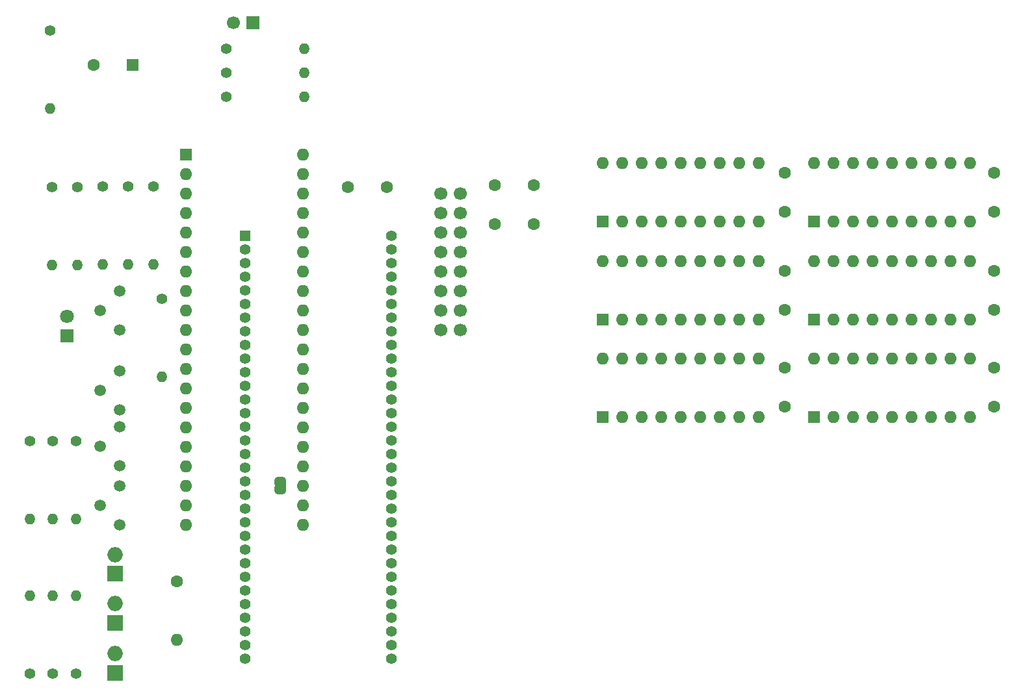
<source format=gbr>
%TF.GenerationSoftware,KiCad,Pcbnew,9.0.3*%
%TF.CreationDate,2025-12-08T23:35:03+00:00*%
%TF.ProjectId,V9958AdapterTC01,56393935-3841-4646-9170-746572544330,rev?*%
%TF.SameCoordinates,Original*%
%TF.FileFunction,Soldermask,Bot*%
%TF.FilePolarity,Negative*%
%FSLAX46Y46*%
G04 Gerber Fmt 4.6, Leading zero omitted, Abs format (unit mm)*
G04 Created by KiCad (PCBNEW 9.0.3) date 2025-12-08 23:35:03*
%MOMM*%
%LPD*%
G01*
G04 APERTURE LIST*
G04 Aperture macros list*
%AMFreePoly0*
4,1,23,0.500000,-0.750000,0.000000,-0.750000,0.000000,-0.745722,-0.065263,-0.745722,-0.191342,-0.711940,-0.304381,-0.646677,-0.396677,-0.554381,-0.461940,-0.441342,-0.495722,-0.315263,-0.495722,-0.250000,-0.500000,-0.250000,-0.500000,0.250000,-0.495722,0.250000,-0.495722,0.315263,-0.461940,0.441342,-0.396677,0.554381,-0.304381,0.646677,-0.191342,0.711940,-0.065263,0.745722,0.000000,0.745722,
0.000000,0.750000,0.500000,0.750000,0.500000,-0.750000,0.500000,-0.750000,$1*%
%AMFreePoly1*
4,1,23,0.000000,0.745722,0.065263,0.745722,0.191342,0.711940,0.304381,0.646677,0.396677,0.554381,0.461940,0.441342,0.495722,0.315263,0.495722,0.250000,0.500000,0.250000,0.500000,-0.250000,0.495722,-0.250000,0.495722,-0.315263,0.461940,-0.441342,0.396677,-0.554381,0.304381,-0.646677,0.191342,-0.711940,0.065263,-0.745722,0.000000,-0.745722,0.000000,-0.750000,-0.500000,-0.750000,
-0.500000,0.750000,0.000000,0.750000,0.000000,0.745722,0.000000,0.745722,$1*%
G04 Aperture macros list end*
%ADD10FreePoly0,90.000000*%
%ADD11FreePoly1,90.000000*%
%ADD12C,1.500000*%
%ADD13C,1.400000*%
%ADD14O,1.400000X1.400000*%
%ADD15R,2.000000X2.000000*%
%ADD16O,2.000000X2.000000*%
%ADD17R,1.600000X1.600000*%
%ADD18O,1.600000X1.600000*%
%ADD19C,1.600000*%
%ADD20C,1.700000*%
%ADD21R,1.800000X1.800000*%
%ADD22C,1.800000*%
%ADD23R,1.700000X1.700000*%
%ADD24R,1.400000X1.400000*%
G04 APERTURE END LIST*
%TO.C,J151*%
G36*
X63070000Y-89180000D02*
G01*
X61570000Y-89180000D01*
X61570000Y-88880000D01*
X63070000Y-88880000D01*
X63070000Y-89180000D01*
G37*
%TD*%
D10*
%TO.C,J151*%
X62320000Y-89680000D03*
D11*
X62320000Y-88380000D03*
%TD*%
D12*
%TO.C,Q150*%
X41395000Y-86470000D03*
X38855000Y-83930000D03*
X41395000Y-81390000D03*
%TD*%
D13*
%TO.C,R160*%
X42490000Y-50100000D03*
D14*
X42490000Y-60260000D03*
%TD*%
D15*
%TO.C,C159*%
X40760000Y-113445000D03*
D16*
X40760000Y-110945000D03*
%TD*%
D13*
%TO.C,R164*%
X32690000Y-83220000D03*
D14*
X32690000Y-93380000D03*
%TD*%
D13*
%TO.C,R153*%
X55290000Y-35240000D03*
D14*
X65450000Y-35240000D03*
%TD*%
D17*
%TO.C,I170*%
X131810000Y-54640000D03*
D18*
X134350000Y-54640000D03*
X136890000Y-54640000D03*
X139430000Y-54640000D03*
X141970000Y-54640000D03*
X144510000Y-54640000D03*
X147050000Y-54640000D03*
X149590000Y-54640000D03*
X152130000Y-54640000D03*
X152130000Y-47020000D03*
X149590000Y-47020000D03*
X147050000Y-47020000D03*
X144510000Y-47020000D03*
X141970000Y-47020000D03*
X139430000Y-47020000D03*
X136890000Y-47020000D03*
X134350000Y-47020000D03*
X131810000Y-47020000D03*
%TD*%
D12*
%TO.C,Q153*%
X41395000Y-68810000D03*
X38855000Y-66270000D03*
X41395000Y-63730000D03*
%TD*%
D19*
%TO.C,C155*%
X127990000Y-73680000D03*
X127990000Y-78760000D03*
%TD*%
D13*
%TO.C,R165*%
X29670000Y-83220000D03*
D14*
X29670000Y-93380000D03*
%TD*%
D15*
%TO.C,C157*%
X40760000Y-106950000D03*
D16*
X40760000Y-104450000D03*
%TD*%
D13*
%TO.C,R158*%
X35870000Y-50110000D03*
D14*
X35870000Y-60270000D03*
%TD*%
D19*
%TO.C,C153*%
X127990000Y-48290000D03*
X127990000Y-53370000D03*
%TD*%
D17*
%TO.C,I171*%
X104270000Y-54640000D03*
D18*
X106810000Y-54640000D03*
X109350000Y-54640000D03*
X111890000Y-54640000D03*
X114430000Y-54640000D03*
X116970000Y-54640000D03*
X119510000Y-54640000D03*
X122050000Y-54640000D03*
X124590000Y-54640000D03*
X124590000Y-47020000D03*
X122050000Y-47020000D03*
X119510000Y-47020000D03*
X116970000Y-47020000D03*
X114430000Y-47020000D03*
X111890000Y-47020000D03*
X109350000Y-47020000D03*
X106810000Y-47020000D03*
X104270000Y-47020000D03*
%TD*%
D19*
%TO.C,C151*%
X155210000Y-73680000D03*
X155210000Y-78760000D03*
%TD*%
D17*
%TO.C,I173*%
X104270000Y-67400000D03*
D18*
X106810000Y-67400000D03*
X109350000Y-67400000D03*
X111890000Y-67400000D03*
X114430000Y-67400000D03*
X116970000Y-67400000D03*
X119510000Y-67400000D03*
X122050000Y-67400000D03*
X124590000Y-67400000D03*
X124590000Y-59780000D03*
X122050000Y-59780000D03*
X119510000Y-59780000D03*
X116970000Y-59780000D03*
X114430000Y-59780000D03*
X111890000Y-59780000D03*
X109350000Y-59780000D03*
X106810000Y-59780000D03*
X104270000Y-59780000D03*
%TD*%
D13*
%TO.C,R150*%
X32280000Y-29770000D03*
D14*
X32280000Y-39930000D03*
%TD*%
D17*
%TO.C,C156*%
X43060000Y-34190000D03*
D19*
X37980000Y-34190000D03*
%TD*%
D17*
%TO.C,I172*%
X131810000Y-67400000D03*
D18*
X134350000Y-67400000D03*
X136890000Y-67400000D03*
X139430000Y-67400000D03*
X141970000Y-67400000D03*
X144510000Y-67400000D03*
X147050000Y-67400000D03*
X149590000Y-67400000D03*
X152130000Y-67400000D03*
X152130000Y-59780000D03*
X149590000Y-59780000D03*
X147050000Y-59780000D03*
X144510000Y-59780000D03*
X141970000Y-59780000D03*
X139430000Y-59780000D03*
X136890000Y-59780000D03*
X134350000Y-59780000D03*
X131810000Y-59780000D03*
%TD*%
D20*
%TO.C,M100*%
X85710000Y-51020000D03*
X83170000Y-51020000D03*
X85710000Y-53560000D03*
X83170000Y-53560000D03*
X85710000Y-56100000D03*
X83170000Y-56100000D03*
X85710000Y-58640000D03*
X83170000Y-58640000D03*
X85710000Y-61180000D03*
X83170000Y-61180000D03*
X85710000Y-63720000D03*
X83170000Y-63720000D03*
X85710000Y-66260000D03*
X83170000Y-66260000D03*
X85710000Y-68800000D03*
X83170000Y-68800000D03*
%TD*%
D19*
%TO.C,C150*%
X155210000Y-48290000D03*
X155210000Y-53370000D03*
%TD*%
D13*
%TO.C,R151*%
X55290000Y-32110000D03*
D14*
X65450000Y-32110000D03*
%TD*%
D13*
%TO.C,R156*%
X35710000Y-113520000D03*
D14*
X35710000Y-103360000D03*
%TD*%
D17*
%TO.C,I174*%
X131810000Y-80110000D03*
D18*
X134350000Y-80110000D03*
X136890000Y-80110000D03*
X139430000Y-80110000D03*
X141970000Y-80110000D03*
X144510000Y-80110000D03*
X147050000Y-80110000D03*
X149590000Y-80110000D03*
X152130000Y-80110000D03*
X152130000Y-72490000D03*
X149590000Y-72490000D03*
X147050000Y-72490000D03*
X144510000Y-72490000D03*
X141970000Y-72490000D03*
X139430000Y-72490000D03*
X136890000Y-72490000D03*
X134350000Y-72490000D03*
X131810000Y-72490000D03*
%TD*%
D13*
%TO.C,R152*%
X55290000Y-38390000D03*
D14*
X65450000Y-38390000D03*
%TD*%
D19*
%TO.C,C152*%
X155210000Y-61060000D03*
X155210000Y-66140000D03*
%TD*%
D21*
%TO.C,D150*%
X34555000Y-69505000D03*
D22*
X34555000Y-66965000D03*
%TD*%
D15*
%TO.C,C158*%
X40760000Y-100550000D03*
D16*
X40760000Y-98050000D03*
%TD*%
D19*
%TO.C,D151*%
X48820000Y-101560000D03*
D18*
X48820000Y-109180000D03*
%TD*%
D23*
%TO.C,J153*%
X58745000Y-28730000D03*
D20*
X56205000Y-28730000D03*
%TD*%
D13*
%TO.C,R157*%
X29670000Y-113520000D03*
D14*
X29670000Y-103360000D03*
%TD*%
D13*
%TO.C,R159*%
X39180000Y-50100000D03*
D14*
X39180000Y-60260000D03*
%TD*%
D19*
%TO.C,X170*%
X71080000Y-50120000D03*
X76160000Y-50120000D03*
%TD*%
%TO.C,C154*%
X127990000Y-61060000D03*
X127990000Y-66140000D03*
%TD*%
D12*
%TO.C,Q151*%
X41395000Y-79170000D03*
X38855000Y-76630000D03*
X41395000Y-74090000D03*
%TD*%
D13*
%TO.C,R162*%
X32590000Y-50110000D03*
D14*
X32590000Y-60270000D03*
%TD*%
D12*
%TO.C,Q152*%
X41395000Y-94170000D03*
X38855000Y-91630000D03*
X41395000Y-89090000D03*
%TD*%
D24*
%TO.C,I160*%
X57720000Y-56470000D03*
D13*
X57720000Y-58250000D03*
X57720000Y-60030000D03*
X57720000Y-61810000D03*
X57720000Y-63590000D03*
X57720000Y-65370000D03*
X57720000Y-67150000D03*
X57720000Y-68930000D03*
X57720000Y-70710000D03*
X57720000Y-72490000D03*
X57720000Y-74270000D03*
X57720000Y-76050000D03*
X57720000Y-77830000D03*
X57720000Y-79610000D03*
X57720000Y-81390000D03*
X57720000Y-83170000D03*
X57720000Y-84950000D03*
X57720000Y-86730000D03*
X57720000Y-88510000D03*
X57720000Y-90290000D03*
X57720000Y-92070000D03*
X57720000Y-93850000D03*
X57720000Y-95630000D03*
X57720000Y-97410000D03*
X57720000Y-99190000D03*
X57720000Y-100970000D03*
X57720000Y-102750000D03*
X57720000Y-104530000D03*
X57720000Y-106310000D03*
X57720000Y-108090000D03*
X57720000Y-109870000D03*
X57720000Y-111650000D03*
X76790000Y-111650000D03*
X76790000Y-109870000D03*
X76790000Y-108090000D03*
X76790000Y-106310000D03*
X76790000Y-104530000D03*
X76790000Y-102750000D03*
X76790000Y-100970000D03*
X76790000Y-99190000D03*
X76790000Y-97410000D03*
X76790000Y-95630000D03*
X76790000Y-93850000D03*
X76790000Y-92070000D03*
X76790000Y-90290000D03*
X76790000Y-88510000D03*
X76790000Y-86730000D03*
X76790000Y-84950000D03*
X76790000Y-83170000D03*
X76790000Y-81390000D03*
X76790000Y-79610000D03*
X76790000Y-77830000D03*
X76790000Y-76050000D03*
X76790000Y-74270000D03*
X76790000Y-72490000D03*
X76790000Y-70710000D03*
X76790000Y-68930000D03*
X76790000Y-67150000D03*
X76790000Y-65370000D03*
X76790000Y-63590000D03*
X76790000Y-61810000D03*
X76790000Y-60030000D03*
X76790000Y-58250000D03*
X76790000Y-56470000D03*
%TD*%
%TO.C,R154*%
X46890000Y-64750000D03*
D14*
X46890000Y-74910000D03*
%TD*%
D13*
%TO.C,R163*%
X35710000Y-83220000D03*
D14*
X35710000Y-93380000D03*
%TD*%
D17*
%TO.C,I175*%
X104270000Y-80110000D03*
D18*
X106810000Y-80110000D03*
X109350000Y-80110000D03*
X111890000Y-80110000D03*
X114430000Y-80110000D03*
X116970000Y-80110000D03*
X119510000Y-80110000D03*
X122050000Y-80110000D03*
X124590000Y-80110000D03*
X124590000Y-72490000D03*
X122050000Y-72490000D03*
X119510000Y-72490000D03*
X116970000Y-72490000D03*
X114430000Y-72490000D03*
X111890000Y-72490000D03*
X109350000Y-72490000D03*
X106810000Y-72490000D03*
X104270000Y-72490000D03*
%TD*%
D19*
%TO.C,C171*%
X90260000Y-49860000D03*
X90260000Y-54940000D03*
%TD*%
D17*
%TO.C,J150*%
X49990000Y-45880000D03*
D18*
X49990000Y-48420000D03*
X49990000Y-50960000D03*
X49990000Y-53500000D03*
X49990000Y-56040000D03*
X49990000Y-58580000D03*
X49990000Y-61120000D03*
X49990000Y-63660000D03*
X49990000Y-66200000D03*
X49990000Y-68740000D03*
X49990000Y-71280000D03*
X49990000Y-73820000D03*
X49990000Y-76360000D03*
X49990000Y-78900000D03*
X49990000Y-81440000D03*
X49990000Y-83980000D03*
X49990000Y-86520000D03*
X49990000Y-89060000D03*
X49990000Y-91600000D03*
X49990000Y-94140000D03*
X65230000Y-94140000D03*
X65230000Y-91600000D03*
X65230000Y-89060000D03*
X65230000Y-86520000D03*
X65230000Y-83980000D03*
X65230000Y-81440000D03*
X65230000Y-78900000D03*
X65230000Y-76360000D03*
X65230000Y-73820000D03*
X65230000Y-71280000D03*
X65230000Y-68740000D03*
X65230000Y-66200000D03*
X65230000Y-63660000D03*
X65230000Y-61120000D03*
X65230000Y-58580000D03*
X65230000Y-56040000D03*
X65230000Y-53500000D03*
X65230000Y-50960000D03*
X65230000Y-48420000D03*
X65230000Y-45880000D03*
%TD*%
D13*
%TO.C,R155*%
X32690000Y-113520000D03*
D14*
X32690000Y-103360000D03*
%TD*%
D19*
%TO.C,C170*%
X95300000Y-49860000D03*
X95300000Y-54940000D03*
%TD*%
D13*
%TO.C,R161*%
X45790000Y-50100000D03*
D14*
X45790000Y-60260000D03*
%TD*%
M02*

</source>
